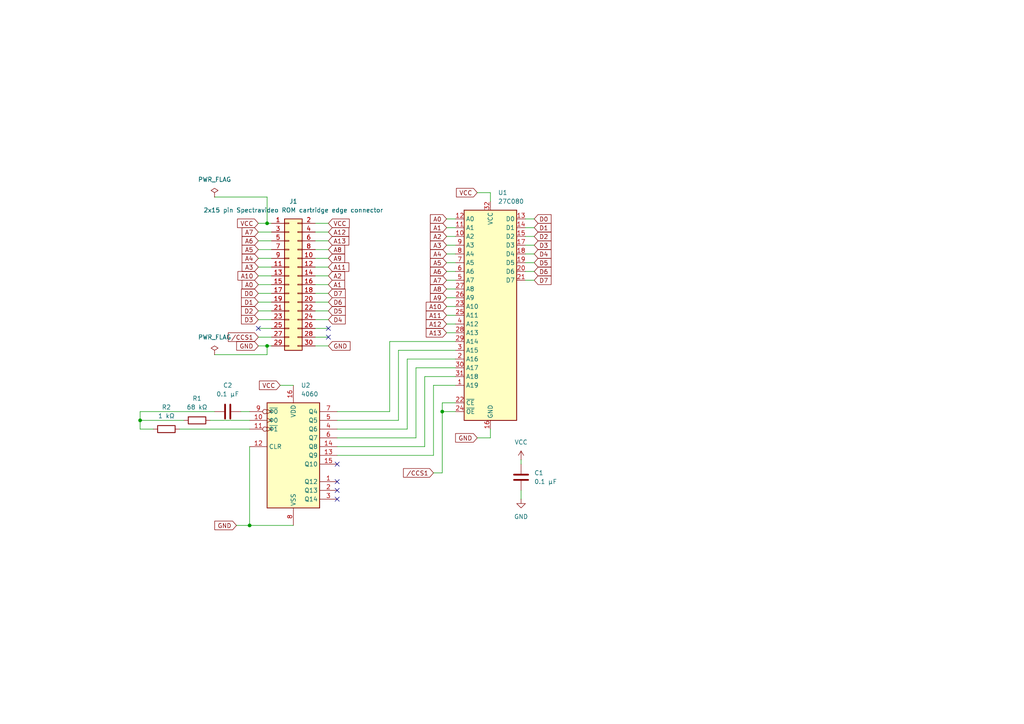
<source format=kicad_sch>
(kicad_sch (version 20231120) (generator "eeschema") (generator_version "8.0")
  (paper "A4")
  (title_block (title "1024 kB ROM cartridge for Spectravideo 328") (date "2025-01-07") (rev "1.0") (company "Markus Rautopuro") (comment 1 "github.com/fitch/SVI-328-MegaROM"))
  (lib_symbols
    (symbol "4xxx:4060"
      (property "Reference" "U" (at 5.08 16.51 0))
      (property "Value" "4060" (at 6.35 -16.51 0))
      (symbol "4060_1_0"
        (pin output line (at 12.7 -7.62 180) (length 5.08) (name "Q12") (number "1"))
        (pin input clock (at -12.7 10.16 0) (length 5.08) (name "Φ0") (number "10"))
        (pin input inverted_clock (at -12.7 7.62 0) (length 5.08) (name "~{Φ1}") (number "11"))
        (pin input line (at -12.7 2.54 0) (length 5.08) (name "CLR") (number "12"))
        (pin output line (at 12.7 0 180) (length 5.08) (name "Q9") (number "13"))
        (pin output line (at 12.7 2.54 180) (length 5.08) (name "Q8") (number "14"))
        (pin output line (at 12.7 -2.54 180) (length 5.08) (name "Q10") (number "15"))
        (pin power_in line (at 0 20.32 270) (length 5.08) (name "VDD") (number "16"))
        (pin output line (at 12.7 -10.16 180) (length 5.08) (name "Q13") (number "2"))
        (pin output line (at 12.7 -12.7 180) (length 5.08) (name "Q14") (number "3"))
        (pin output line (at 12.7 7.62 180) (length 5.08) (name "Q6") (number "4"))
        (pin output line (at 12.7 10.16 180) (length 5.08) (name "Q5") (number "5"))
        (pin output line (at 12.7 5.08 180) (length 5.08) (name "Q7") (number "6"))
        (pin output line (at 12.7 12.7 180) (length 5.08) (name "Q4") (number "7"))
        (pin power_in line (at 0 -20.32 90) (length 5.08) (name "VSS") (number "8"))
        (pin input inverted_clock (at -12.7 12.7 0) (length 5.08) (name "~{Φ0}") (number "9"))
      )
      (symbol "4060_1_1"
        (rectangle (start -7.62 15.24) (end 7.62 -15.24) (stroke (width 0.254)) (fill (type background)))
      )
    )
    (symbol "Connector_Generic:Conn_02x15_Odd_Even" (pin_names (offset 1.016) hide)
      (property "Reference" "J" (at 1.27 20.32 0))
      (property "Value" "Conn_02x15_Odd_Even" (at 1.27 -20.32 0))
      (symbol "Conn_02x15_Odd_Even_1_1"
        (rectangle (start -1.27 -17.653) (end 0 -17.907) (stroke (width 0.1524)))
        (rectangle (start -1.27 -15.113) (end 0 -15.367) (stroke (width 0.1524)))
        (rectangle (start -1.27 -12.573) (end 0 -12.827) (stroke (width 0.1524)))
        (rectangle (start -1.27 -10.033) (end 0 -10.287) (stroke (width 0.1524)))
        (rectangle (start -1.27 -7.493) (end 0 -7.747) (stroke (width 0.1524)))
        (rectangle (start -1.27 -4.953) (end 0 -5.207) (stroke (width 0.1524)))
        (rectangle (start -1.27 -2.413) (end 0 -2.667) (stroke (width 0.1524)))
        (rectangle (start -1.27 0.127) (end 0 -0.127) (stroke (width 0.1524)))
        (rectangle (start -1.27 2.667) (end 0 2.413) (stroke (width 0.1524)))
        (rectangle (start -1.27 5.207) (end 0 4.953) (stroke (width 0.1524)))
        (rectangle (start -1.27 7.747) (end 0 7.493) (stroke (width 0.1524)))
        (rectangle (start -1.27 10.287) (end 0 10.033) (stroke (width 0.1524)))
        (rectangle (start -1.27 12.827) (end 0 12.573) (stroke (width 0.1524)))
        (rectangle (start -1.27 15.367) (end 0 15.113) (stroke (width 0.1524)))
        (rectangle (start -1.27 17.907) (end 0 17.653) (stroke (width 0.1524)))
        (rectangle (start -1.27 19.05) (end 3.81 -19.05) (stroke (width 0.254)) (fill (type background)))
        (rectangle (start 3.81 -17.653) (end 2.54 -17.907) (stroke (width 0.1524)))
        (rectangle (start 3.81 -15.113) (end 2.54 -15.367) (stroke (width 0.1524)))
        (rectangle (start 3.81 -12.573) (end 2.54 -12.827) (stroke (width 0.1524)))
        (rectangle (start 3.81 -10.033) (end 2.54 -10.287) (stroke (width 0.1524)))
        (rectangle (start 3.81 -7.493) (end 2.54 -7.747) (stroke (width 0.1524)))
        (rectangle (start 3.81 -4.953) (end 2.54 -5.207) (stroke (width 0.1524)))
        (rectangle (start 3.81 -2.413) (end 2.54 -2.667) (stroke (width 0.1524)))
        (rectangle (start 3.81 0.127) (end 2.54 -0.127) (stroke (width 0.1524)))
        (rectangle (start 3.81 2.667) (end 2.54 2.413) (stroke (width 0.1524)))
        (rectangle (start 3.81 5.207) (end 2.54 4.953) (stroke (width 0.1524)))
        (rectangle (start 3.81 7.747) (end 2.54 7.493) (stroke (width 0.1524)))
        (rectangle (start 3.81 10.287) (end 2.54 10.033) (stroke (width 0.1524)))
        (rectangle (start 3.81 12.827) (end 2.54 12.573) (stroke (width 0.1524)))
        (rectangle (start 3.81 15.367) (end 2.54 15.113) (stroke (width 0.1524)))
        (rectangle (start 3.81 17.907) (end 2.54 17.653) (stroke (width 0.1524)))
        (pin passive line (at -5.08 17.78 0) (length 3.81) (name "Pin_1") (number "1"))
        (pin passive line (at 7.62 7.62 180) (length 3.81) (name "Pin_10") (number "10"))
        (pin passive line (at -5.08 5.08 0) (length 3.81) (name "Pin_11") (number "11"))
        (pin passive line (at 7.62 5.08 180) (length 3.81) (name "Pin_12") (number "12"))
        (pin passive line (at -5.08 2.54 0) (length 3.81) (name "Pin_13") (number "13"))
        (pin passive line (at 7.62 2.54 180) (length 3.81) (name "Pin_14") (number "14"))
        (pin passive line (at -5.08 0 0) (length 3.81) (name "Pin_15") (number "15"))
        (pin passive line (at 7.62 0 180) (length 3.81) (name "Pin_16") (number "16"))
        (pin passive line (at -5.08 -2.54 0) (length 3.81) (name "Pin_17") (number "17"))
        (pin passive line (at 7.62 -2.54 180) (length 3.81) (name "Pin_18") (number "18"))
        (pin passive line (at -5.08 -5.08 0) (length 3.81) (name "Pin_19") (number "19"))
        (pin passive line (at 7.62 17.78 180) (length 3.81) (name "Pin_2") (number "2"))
        (pin passive line (at 7.62 -5.08 180) (length 3.81) (name "Pin_20") (number "20"))
        (pin passive line (at -5.08 -7.62 0) (length 3.81) (name "Pin_21") (number "21"))
        (pin passive line (at 7.62 -7.62 180) (length 3.81) (name "Pin_22") (number "22"))
        (pin passive line (at -5.08 -10.16 0) (length 3.81) (name "Pin_23") (number "23"))
        (pin passive line (at 7.62 -10.16 180) (length 3.81) (name "Pin_24") (number "24"))
        (pin passive line (at -5.08 -12.7 0) (length 3.81) (name "Pin_25") (number "25"))
        (pin passive line (at 7.62 -12.7 180) (length 3.81) (name "Pin_26") (number "26"))
        (pin passive line (at -5.08 -15.24 0) (length 3.81) (name "Pin_27") (number "27"))
        (pin passive line (at 7.62 -15.24 180) (length 3.81) (name "Pin_28") (number "28"))
        (pin passive line (at -5.08 -17.78 0) (length 3.81) (name "Pin_29") (number "29"))
        (pin passive line (at -5.08 15.24 0) (length 3.81) (name "Pin_3") (number "3"))
        (pin passive line (at 7.62 -17.78 180) (length 3.81) (name "Pin_30") (number "30"))
        (pin passive line (at 7.62 15.24 180) (length 3.81) (name "Pin_4") (number "4"))
        (pin passive line (at -5.08 12.7 0) (length 3.81) (name "Pin_5") (number "5"))
        (pin passive line (at 7.62 12.7 180) (length 3.81) (name "Pin_6") (number "6"))
        (pin passive line (at -5.08 10.16 0) (length 3.81) (name "Pin_7") (number "7"))
        (pin passive line (at 7.62 10.16 180) (length 3.81) (name "Pin_8") (number "8"))
        (pin passive line (at -5.08 7.62 0) (length 3.81) (name "Pin_9") (number "9"))
      )
    )
    (symbol "Device:C" (pin_numbers hide) (pin_names (offset 0.254))
      (property "Reference" "C" (at 0.635 2.54 0))
      (property "Value" "C" (at 0.635 -2.54 0))
      (symbol "C_0_1"
        (polyline (pts (xy -2.032 -0.762) (xy 2.032 -0.762)) (stroke (width 0.508)))
        (polyline (pts (xy -2.032 0.762) (xy 2.032 0.762)) (stroke (width 0.508)))
      )
      (symbol "C_1_1"
        (pin passive line (at 0 3.81 270) (length 2.794) (name "~") (number "1"))
        (pin passive line (at 0 -3.81 90) (length 2.794) (name "~") (number "2"))
      )
    )
    (symbol "Device:R" (pin_numbers hide) (pin_names (offset 0))
      (property "Reference" "R" (at 2.032 0 90))
      (property "Value" "R" (at 0 0 90))
      (symbol "R_0_1"
        (rectangle (start -1.016 -2.54) (end 1.016 2.54) (stroke (width 0.254)))
      )
      (symbol "R_1_1"
        (pin passive line (at 0 3.81 270) (length 1.27) (name "~") (number "1"))
        (pin passive line (at 0 -3.81 90) (length 1.27) (name "~") (number "2"))
      )
    )
    (symbol "Memory_EPROM:27C080"
      (property "Reference" "U" (at -7.62 31.75 0))
      (property "Value" "27C080" (at 2.54 -31.75 0))
      (symbol "27C080_1_1"
        (rectangle (start -7.62 30.48) (end 7.62 -30.48) (stroke (width 0.254)) (fill (type background)))
        (pin input line (at -10.16 -20.32 0) (length 2.54) (name "A19") (number "1"))
        (pin input line (at -10.16 22.86 0) (length 2.54) (name "A2") (number "10"))
        (pin input line (at -10.16 25.4 0) (length 2.54) (name "A1") (number "11"))
        (pin input line (at -10.16 27.94 0) (length 2.54) (name "A0") (number "12"))
        (pin tri_state line (at 10.16 27.94 180) (length 2.54) (name "D0") (number "13"))
        (pin tri_state line (at 10.16 25.4 180) (length 2.54) (name "D1") (number "14"))
        (pin tri_state line (at 10.16 22.86 180) (length 2.54) (name "D2") (number "15"))
        (pin power_in line (at 0 -33.02 90) (length 2.54) (name "GND") (number "16"))
        (pin tri_state line (at 10.16 20.32 180) (length 2.54) (name "D3") (number "17"))
        (pin tri_state line (at 10.16 17.78 180) (length 2.54) (name "D4") (number "18"))
        (pin tri_state line (at 10.16 15.24 180) (length 2.54) (name "D5") (number "19"))
        (pin input line (at -10.16 -12.7 0) (length 2.54) (name "A16") (number "2"))
        (pin tri_state line (at 10.16 12.7 180) (length 2.54) (name "D6") (number "20"))
        (pin tri_state line (at 10.16 10.16 180) (length 2.54) (name "D7") (number "21"))
        (pin input line (at -10.16 -25.4 0) (length 2.54) (name "~{CE}") (number "22"))
        (pin input line (at -10.16 2.54 0) (length 2.54) (name "A10") (number "23"))
        (pin input line (at -10.16 -27.94 0) (length 2.54) (name "~{OE}") (number "24"))
        (pin input line (at -10.16 0 0) (length 2.54) (name "A11") (number "25"))
        (pin input line (at -10.16 5.08 0) (length 2.54) (name "A9") (number "26"))
        (pin input line (at -10.16 7.62 0) (length 2.54) (name "A8") (number "27"))
        (pin input line (at -10.16 -5.08 0) (length 2.54) (name "A13") (number "28"))
        (pin input line (at -10.16 -7.62 0) (length 2.54) (name "A14") (number "29"))
        (pin input line (at -10.16 -10.16 0) (length 2.54) (name "A15") (number "3"))
        (pin input line (at -10.16 -15.24 0) (length 2.54) (name "A17") (number "30"))
        (pin input line (at -10.16 -17.78 0) (length 2.54) (name "A18") (number "31"))
        (pin power_in line (at 0 33.02 270) (length 2.54) (name "VCC") (number "32"))
        (pin input line (at -10.16 -2.54 0) (length 2.54) (name "A12") (number "4"))
        (pin input line (at -10.16 10.16 0) (length 2.54) (name "A7") (number "5"))
        (pin input line (at -10.16 12.7 0) (length 2.54) (name "A6") (number "6"))
        (pin input line (at -10.16 15.24 0) (length 2.54) (name "A5") (number "7"))
        (pin input line (at -10.16 17.78 0) (length 2.54) (name "A4") (number "8"))
        (pin input line (at -10.16 20.32 0) (length 2.54) (name "A3") (number "9"))
      )
    )
    (symbol "power:GND" (power) (pin_numbers hide) (pin_names (offset 0) hide)
      (property "Value" "GND" (at 0 -3.81 0))
      (symbol "GND_0_1"
        (polyline (pts (xy 0 0) (xy 0 -1.27) (xy 1.27 -1.27) (xy 0 -2.54) (xy -1.27 -1.27) (xy 0 -1.27)))
      )
      (symbol "GND_1_1"
        (pin power_in line (at 0 0 270) (length 0) (name "~") (number "1"))
      )
    )
    (symbol "power:PWR_FLAG" (power) (pin_numbers hide) (pin_names (offset 0) hide)
      (property "Value" "PWR_FLAG" (at 0 3.81 0))
      (symbol "PWR_FLAG_0_0"
        (pin power_out line (at 0 0 90) (length 0) (name "~") (number "1"))
      )
      (symbol "PWR_FLAG_0_1"
        (polyline (pts (xy 0 0) (xy 0 1.27) (xy -1.016 1.905) (xy 0 2.54) (xy 1.016 1.905) (xy 0 1.27)))
      )
    )
    (symbol "power:VCC" (power) (pin_numbers hide) (pin_names (offset 0) hide)
      (property "Value" "VCC" (at 0 3.556 0))
      (symbol "VCC_0_1"
        (polyline (pts (xy -0.762 1.27) (xy 0 2.54)))
        (polyline (pts (xy 0 0) (xy 0 2.54)))
        (polyline (pts (xy 0 2.54) (xy 0.762 1.27)))
      )
      (symbol "VCC_1_1"
        (pin power_in line (at 0 0 90) (length 0) (name "~") (number "1"))
      )
    )
  )
  (junction (at 72.39 152.4))
  (junction (at 77.47 64.77))
  (junction (at 128.27 119.38))
  (junction (at 77.47 100.33))
  (junction (at 40.64 121.92))
  (no_connect (at 97.79 142.24))
  (no_connect (at 97.79 134.62))
  (no_connect (at 95.25 97.79))
  (no_connect (at 97.79 144.78))
  (no_connect (at 95.25 95.25))
  (no_connect (at 74.93 95.25))
  (no_connect (at 97.79 139.7))
  (wire (pts (xy 120.65 106.68) (xy 132.08 106.68)))
  (wire (pts (xy 40.64 119.38) (xy 40.64 121.92)))
  (wire (pts (xy 91.44 82.55) (xy 95.25 82.55)))
  (wire (pts (xy 97.79 129.54) (xy 123.19 129.54)))
  (wire (pts (xy 129.54 91.44) (xy 132.08 91.44)))
  (wire (pts (xy 91.44 92.71) (xy 95.25 92.71)))
  (wire (pts (xy 91.44 74.93) (xy 95.25 74.93)))
  (wire (pts (xy 142.24 127) (xy 142.24 124.46)))
  (wire (pts (xy 91.44 95.25) (xy 95.25 95.25)))
  (wire (pts (xy 74.93 90.17) (xy 78.74 90.17)))
  (wire (pts (xy 97.79 121.92) (xy 115.57 121.92)))
  (wire (pts (xy 129.54 86.36) (xy 132.08 86.36)))
  (wire (pts (xy 74.93 72.39) (xy 78.74 72.39)))
  (wire (pts (xy 62.23 57.15) (xy 77.47 57.15)))
  (wire (pts (xy 72.39 152.4) (xy 85.09 152.4)))
  (wire (pts (xy 132.08 116.84) (xy 128.27 116.84)))
  (wire (pts (xy 97.79 132.08) (xy 125.73 132.08)))
  (wire (pts (xy 74.93 67.31) (xy 78.74 67.31)))
  (wire (pts (xy 129.54 88.9) (xy 132.08 88.9)))
  (wire (pts (xy 125.73 132.08) (xy 125.73 111.76)))
  (wire (pts (xy 129.54 96.52) (xy 132.08 96.52)))
  (wire (pts (xy 91.44 87.63) (xy 95.25 87.63)))
  (wire (pts (xy 129.54 71.12) (xy 132.08 71.12)))
  (wire (pts (xy 152.4 66.04) (xy 154.94 66.04)))
  (wire (pts (xy 120.65 127) (xy 120.65 106.68)))
  (wire (pts (xy 91.44 69.85) (xy 95.25 69.85)))
  (wire (pts (xy 152.4 78.74) (xy 154.94 78.74)))
  (wire (pts (xy 151.13 133.35) (xy 151.13 134.62)))
  (wire (pts (xy 128.27 116.84) (xy 128.27 119.38)))
  (wire (pts (xy 40.64 121.92) (xy 53.34 121.92)))
  (wire (pts (xy 118.11 124.46) (xy 118.11 104.14)))
  (wire (pts (xy 69.85 119.38) (xy 72.39 119.38)))
  (wire (pts (xy 129.54 63.5) (xy 132.08 63.5)))
  (wire (pts (xy 91.44 90.17) (xy 95.25 90.17)))
  (wire (pts (xy 74.93 87.63) (xy 78.74 87.63)))
  (wire (pts (xy 151.13 142.24) (xy 151.13 144.78)))
  (wire (pts (xy 125.73 111.76) (xy 132.08 111.76)))
  (wire (pts (xy 74.93 74.93) (xy 78.74 74.93)))
  (wire (pts (xy 128.27 119.38) (xy 128.27 137.16)))
  (wire (pts (xy 129.54 81.28) (xy 132.08 81.28)))
  (wire (pts (xy 138.43 55.88) (xy 142.24 55.88)))
  (wire (pts (xy 81.28 111.76) (xy 85.09 111.76)))
  (wire (pts (xy 91.44 97.79) (xy 95.25 97.79)))
  (wire (pts (xy 123.19 109.22) (xy 132.08 109.22)))
  (wire (pts (xy 138.43 127) (xy 142.24 127)))
  (wire (pts (xy 152.4 63.5) (xy 154.94 63.5)))
  (wire (pts (xy 74.93 97.79) (xy 78.74 97.79)))
  (wire (pts (xy 74.93 85.09) (xy 78.74 85.09)))
  (wire (pts (xy 77.47 64.77) (xy 78.74 64.77)))
  (wire (pts (xy 97.79 124.46) (xy 118.11 124.46)))
  (wire (pts (xy 152.4 71.12) (xy 154.94 71.12)))
  (wire (pts (xy 72.39 129.54) (xy 72.39 152.4)))
  (wire (pts (xy 74.93 69.85) (xy 78.74 69.85)))
  (wire (pts (xy 77.47 100.33) (xy 77.47 102.87)))
  (wire (pts (xy 113.03 119.38) (xy 113.03 99.06)))
  (wire (pts (xy 74.93 92.71) (xy 78.74 92.71)))
  (wire (pts (xy 40.64 121.92) (xy 40.64 124.46)))
  (wire (pts (xy 74.93 82.55) (xy 78.74 82.55)))
  (wire (pts (xy 129.54 76.2) (xy 132.08 76.2)))
  (wire (pts (xy 91.44 64.77) (xy 95.25 64.77)))
  (wire (pts (xy 97.79 119.38) (xy 113.03 119.38)))
  (wire (pts (xy 97.79 127) (xy 120.65 127)))
  (wire (pts (xy 60.96 121.92) (xy 72.39 121.92)))
  (wire (pts (xy 129.54 78.74) (xy 132.08 78.74)))
  (wire (pts (xy 115.57 121.92) (xy 115.57 101.6)))
  (wire (pts (xy 142.24 55.88) (xy 142.24 58.42)))
  (wire (pts (xy 74.93 80.01) (xy 78.74 80.01)))
  (wire (pts (xy 68.58 152.4) (xy 72.39 152.4)))
  (wire (pts (xy 152.4 73.66) (xy 154.94 73.66)))
  (wire (pts (xy 129.54 83.82) (xy 132.08 83.82)))
  (wire (pts (xy 129.54 66.04) (xy 132.08 66.04)))
  (wire (pts (xy 74.93 95.25) (xy 78.74 95.25)))
  (wire (pts (xy 152.4 81.28) (xy 154.94 81.28)))
  (wire (pts (xy 123.19 129.54) (xy 123.19 109.22)))
  (wire (pts (xy 91.44 72.39) (xy 95.25 72.39)))
  (wire (pts (xy 115.57 101.6) (xy 132.08 101.6)))
  (wire (pts (xy 91.44 67.31) (xy 95.25 67.31)))
  (wire (pts (xy 74.93 100.33) (xy 77.47 100.33)))
  (wire (pts (xy 152.4 68.58) (xy 154.94 68.58)))
  (wire (pts (xy 129.54 68.58) (xy 132.08 68.58)))
  (wire (pts (xy 40.64 119.38) (xy 62.23 119.38)))
  (wire (pts (xy 128.27 137.16) (xy 125.73 137.16)))
  (wire (pts (xy 77.47 100.33) (xy 78.74 100.33)))
  (wire (pts (xy 52.07 124.46) (xy 72.39 124.46)))
  (wire (pts (xy 74.93 64.77) (xy 77.47 64.77)))
  (wire (pts (xy 118.11 104.14) (xy 132.08 104.14)))
  (wire (pts (xy 77.47 64.77) (xy 77.47 57.15)))
  (wire (pts (xy 40.64 124.46) (xy 44.45 124.46)))
  (wire (pts (xy 129.54 93.98) (xy 132.08 93.98)))
  (wire (pts (xy 152.4 76.2) (xy 154.94 76.2)))
  (wire (pts (xy 129.54 73.66) (xy 132.08 73.66)))
  (wire (pts (xy 91.44 77.47) (xy 95.25 77.47)))
  (wire (pts (xy 91.44 100.33) (xy 95.25 100.33)))
  (wire (pts (xy 113.03 99.06) (xy 132.08 99.06)))
  (wire (pts (xy 62.23 102.87) (xy 77.47 102.87)))
  (wire (pts (xy 128.27 119.38) (xy 132.08 119.38)))
  (wire (pts (xy 74.93 77.47) (xy 78.74 77.47)))
  (wire (pts (xy 91.44 80.01) (xy 95.25 80.01)))
  (wire (pts (xy 91.44 85.09) (xy 95.25 85.09)))
  (global_label "GND" (shape input) (at 74.93 100.33 180) (property "Intersheetrefs" "${INTERSHEET_REFS}" (effects (hide yes))))
  (global_label "A4" (shape input) (at 129.54 73.66 180) (property "Intersheetrefs" "${INTERSHEET_REFS}" (effects (hide yes))))
  (global_label "D0" (shape input) (at 154.94 63.5 0) (property "Intersheetrefs" "${INTERSHEET_REFS}" (effects (hide yes))))
  (global_label "D6" (shape input) (at 154.94 78.74 0) (property "Intersheetrefs" "${INTERSHEET_REFS}" (effects (hide yes))))
  (global_label "D0" (shape input) (at 74.93 85.09 180) (property "Intersheetrefs" "${INTERSHEET_REFS}" (effects (hide yes))))
  (global_label "A12" (shape input) (at 95.25 67.31 0) (property "Intersheetrefs" "${INTERSHEET_REFS}" (effects (hide yes))))
  (global_label "VCC" (shape input) (at 74.93 64.77 180) (property "Intersheetrefs" "${INTERSHEET_REFS}" (effects (hide yes))))
  (global_label "D1" (shape input) (at 74.93 87.63 180) (property "Intersheetrefs" "${INTERSHEET_REFS}" (effects (hide yes))))
  (global_label "A10" (shape input) (at 129.54 88.9 180) (property "Intersheetrefs" "${INTERSHEET_REFS}" (effects (hide yes))))
  (global_label "{slash}CCS1" (shape input) (at 125.73 137.16 180) (property "Intersheetrefs" "${INTERSHEET_REFS}" (effects (hide yes))))
  (global_label "GND" (shape input) (at 138.43 127 180) (property "Intersheetrefs" "${INTERSHEET_REFS}" (effects (hide yes))))
  (global_label "D1" (shape input) (at 154.94 66.04 0) (property "Intersheetrefs" "${INTERSHEET_REFS}" (effects (hide yes))))
  (global_label "A3" (shape input) (at 74.93 77.47 180) (property "Intersheetrefs" "${INTERSHEET_REFS}" (effects (hide yes))))
  (global_label "A9" (shape input) (at 95.25 74.93 0) (property "Intersheetrefs" "${INTERSHEET_REFS}" (effects (hide yes))))
  (global_label "VCC" (shape input) (at 138.43 55.88 180) (property "Intersheetrefs" "${INTERSHEET_REFS}" (effects (hide yes))))
  (global_label "A0" (shape input) (at 129.54 63.5 180) (property "Intersheetrefs" "${INTERSHEET_REFS}" (effects (hide yes))))
  (global_label "A11" (shape input) (at 95.25 77.47 0) (property "Intersheetrefs" "${INTERSHEET_REFS}" (effects (hide yes))))
  (global_label "D3" (shape input) (at 74.93 92.71 180) (property "Intersheetrefs" "${INTERSHEET_REFS}" (effects (hide yes))))
  (global_label "GND" (shape input) (at 68.58 152.4 180) (property "Intersheetrefs" "${INTERSHEET_REFS}" (effects (hide yes))))
  (global_label "A5" (shape input) (at 129.54 76.2 180) (property "Intersheetrefs" "${INTERSHEET_REFS}" (effects (hide yes))))
  (global_label "A11" (shape input) (at 129.54 91.44 180) (property "Intersheetrefs" "${INTERSHEET_REFS}" (effects (hide yes))))
  (global_label "D3" (shape input) (at 154.94 71.12 0) (property "Intersheetrefs" "${INTERSHEET_REFS}" (effects (hide yes))))
  (global_label "A8" (shape input) (at 129.54 83.82 180) (property "Intersheetrefs" "${INTERSHEET_REFS}" (effects (hide yes))))
  (global_label "A12" (shape input) (at 129.54 93.98 180) (property "Intersheetrefs" "${INTERSHEET_REFS}" (effects (hide yes))))
  (global_label "GND" (shape input) (at 95.25 100.33 0) (property "Intersheetrefs" "${INTERSHEET_REFS}" (effects (hide yes))))
  (global_label "A7" (shape input) (at 129.54 81.28 180) (property "Intersheetrefs" "${INTERSHEET_REFS}" (effects (hide yes))))
  (global_label "A2" (shape input) (at 95.25 80.01 0) (property "Intersheetrefs" "${INTERSHEET_REFS}" (effects (hide yes))))
  (global_label "D6" (shape input) (at 95.25 87.63 0) (property "Intersheetrefs" "${INTERSHEET_REFS}" (effects (hide yes))))
  (global_label "D2" (shape input) (at 154.94 68.58 0) (property "Intersheetrefs" "${INTERSHEET_REFS}" (effects (hide yes))))
  (global_label "D2" (shape input) (at 74.93 90.17 180) (property "Intersheetrefs" "${INTERSHEET_REFS}" (effects (hide yes))))
  (global_label "A4" (shape input) (at 74.93 74.93 180) (property "Intersheetrefs" "${INTERSHEET_REFS}" (effects (hide yes))))
  (global_label "A13" (shape input) (at 129.54 96.52 180) (property "Intersheetrefs" "${INTERSHEET_REFS}" (effects (hide yes))))
  (global_label "D4" (shape input) (at 95.25 92.71 0) (property "Intersheetrefs" "${INTERSHEET_REFS}" (effects (hide yes))))
  (global_label "D7" (shape input) (at 95.25 85.09 0) (property "Intersheetrefs" "${INTERSHEET_REFS}" (effects (hide yes))))
  (global_label "A3" (shape input) (at 129.54 71.12 180) (property "Intersheetrefs" "${INTERSHEET_REFS}" (effects (hide yes))))
  (global_label "A13" (shape input) (at 95.25 69.85 0) (property "Intersheetrefs" "${INTERSHEET_REFS}" (effects (hide yes))))
  (global_label "A1" (shape input) (at 95.25 82.55 0) (property "Intersheetrefs" "${INTERSHEET_REFS}" (effects (hide yes))))
  (global_label "A1" (shape input) (at 129.54 66.04 180) (property "Intersheetrefs" "${INTERSHEET_REFS}" (effects (hide yes))))
  (global_label "D7" (shape input) (at 154.94 81.28 0) (property "Intersheetrefs" "${INTERSHEET_REFS}" (effects (hide yes))))
  (global_label "D5" (shape input) (at 154.94 76.2 0) (property "Intersheetrefs" "${INTERSHEET_REFS}" (effects (hide yes))))
  (global_label "D4" (shape input) (at 154.94 73.66 0) (property "Intersheetrefs" "${INTERSHEET_REFS}" (effects (hide yes))))
  (global_label "A10" (shape input) (at 74.93 80.01 180) (property "Intersheetrefs" "${INTERSHEET_REFS}" (effects (hide yes))))
  (global_label "D5" (shape input) (at 95.25 90.17 0) (property "Intersheetrefs" "${INTERSHEET_REFS}" (effects (hide yes))))
  (global_label "{slash}CCS1" (shape input) (at 74.93 97.79 180) (property "Intersheetrefs" "${INTERSHEET_REFS}" (effects (hide yes))))
  (global_label "A6" (shape input) (at 129.54 78.74 180) (property "Intersheetrefs" "${INTERSHEET_REFS}" (effects (hide yes))))
  (global_label "VCC" (shape input) (at 81.28 111.76 180) (property "Intersheetrefs" "${INTERSHEET_REFS}" (effects (hide yes))))
  (global_label "A6" (shape input) (at 74.93 69.85 180) (property "Intersheetrefs" "${INTERSHEET_REFS}" (effects (hide yes))))
  (global_label "A8" (shape input) (at 95.25 72.39 0) (property "Intersheetrefs" "${INTERSHEET_REFS}" (effects (hide yes))))
  (global_label "A9" (shape input) (at 129.54 86.36 180) (property "Intersheetrefs" "${INTERSHEET_REFS}" (effects (hide yes))))
  (global_label "A2" (shape input) (at 129.54 68.58 180) (property "Intersheetrefs" "${INTERSHEET_REFS}" (effects (hide yes))))
  (global_label "A5" (shape input) (at 74.93 72.39 180) (property "Intersheetrefs" "${INTERSHEET_REFS}" (effects (hide yes))))
  (global_label "A7" (shape input) (at 74.93 67.31 180) (property "Intersheetrefs" "${INTERSHEET_REFS}" (effects (hide yes))))
  (global_label "A0" (shape input) (at 74.93 82.55 180) (property "Intersheetrefs" "${INTERSHEET_REFS}" (effects (hide yes))))
  (global_label "VCC" (shape input) (at 95.25 64.77 0) (property "Intersheetrefs" "${INTERSHEET_REFS}" (effects (hide yes))))
  (symbol (lib_id "power:PWR_FLAG") (at 62.23 57.15 0) (unit 1)
    (property "Reference" "#FLG01" (effects (hide yes)))
    (property "Value" "PWR_FLAG" (at 62.23 52.07 0))
    (property "Description" "Special symbol for telling ERC where power comes from" (effects (hide yes)))
  )
  (symbol (lib_id "Memory_EPROM:27C080") (at 142.24 91.44 0) (unit 1)
    (property "Reference" "U1" (at 144.4341 55.88 0) (effects (justify left)))
    (property "Value" "27C080" (at 144.4341 58.42 0) (effects (justify left)))
    (property "Footprint" "Package_DIP:DIP-32_W15.24mm" (effects (hide yes)))
    (property "Datasheet" "http://ww1.microchip.com/downloads/en/devicedoc/doc0360.pdf" (effects (hide yes)))
    (property "Description" "OTP EPROM 8 MiBit (1 Mi x 8)" (effects (hide yes)))
  )
  (symbol (lib_id "power:GND") (at 151.13 144.78 0) (unit 1)
    (property "Reference" "#PWR01" (effects (hide yes)))
    (property "Value" "GND" (at 151.13 149.86 0))
    (property "Description" "Power symbol creates a global label with name \"GND\" , ground" (effects (hide yes)))
  )
  (symbol (lib_id "power:VCC") (at 151.13 133.35 0) (unit 1)
    (property "Reference" "#PWR02" (effects (hide yes)))
    (property "Value" "VCC" (at 151.13 128.27 0))
    (property "Description" "Power symbol creates a global label with name \"VCC\"" (effects (hide yes)))
  )
  (symbol (lib_id "Connector_Generic:Conn_02x15_Odd_Even") (at 83.82 82.55 0) (unit 1)
    (property "Reference" "J1" (at 85.09 58.42 0))
    (property "Value" "2x15 pin Spectravideo ROM cartridge edge connector" (at 85.09 60.96 0))
    (property "Footprint" "Spectravideo:ROM cartridge edge connector" (effects (hide yes)))
    (property "Description" "Generic connector, double row, 02x15, odd/even pin numbering scheme (row 1 odd numbers, row 2 even numbers), script generated (kicad-library-utils/schlib/autogen/connector/)" (effects (hide yes)))
  )
  (symbol (lib_id "Device:R") (at 48.26 124.46 270) (unit 1)
    (property "Reference" "R2" (at 48.26 118.11 90))
    (property "Value" "1 kΩ" (at 48.26 120.65 90))
    (property "Footprint" "Resistor_THT:R_Axial_DIN0207_L6.3mm_D2.5mm_P7.62mm_Horizontal" (effects (hide yes)))
    (property "Description" "Resistor" (effects (hide yes)))
  )
  (symbol (lib_id "Device:C") (at 66.04 119.38 90) (unit 1)
    (property "Reference" "C2" (at 66.04 111.76 90))
    (property "Value" "0.1 μF" (at 66.04 114.3 90))
    (property "Footprint" "Capacitor_THT:C_Disc_D4.3mm_W1.9mm_P5.00mm" (effects (hide yes)))
    (property "Description" "Unpolarized capacitor" (effects (hide yes)))
  )
  (symbol (lib_id "4xxx:4060") (at 85.09 132.08 0) (unit 1)
    (property "Reference" "U2" (at 87.2841 111.76 0) (effects (justify left)))
    (property "Value" "4060" (at 87.2841 114.3 0) (effects (justify left)))
    (property "Footprint" "Package_DIP:DIP-16_W7.62mm" (effects (hide yes)))
    (property "Datasheet" "https://www.st.com/resource/en/datasheet/m74hc4060.pdf" (effects (hide yes)))
    (property "Description" "Binary counter (14-stages) and oscillator" (effects (hide yes)))
  )
  (symbol (lib_id "power:PWR_FLAG") (at 62.23 102.87 0) (unit 1)
    (property "Reference" "#FLG02" (effects (hide yes)))
    (property "Value" "PWR_FLAG" (at 62.23 97.79 0))
    (property "Description" "Special symbol for telling ERC where power comes from" (effects (hide yes)))
  )
  (symbol (lib_id "Device:R") (at 57.15 121.92 90) (unit 1)
    (property "Reference" "R1" (at 57.15 115.57 90))
    (property "Value" "68 kΩ" (at 57.15 118.11 90))
    (property "Footprint" "Resistor_THT:R_Axial_DIN0207_L6.3mm_D2.5mm_P7.62mm_Horizontal" (effects (hide yes)))
    (property "Description" "Resistor" (effects (hide yes)))
  )
  (symbol (lib_id "Device:C") (at 151.13 138.43 0) (unit 1)
    (property "Reference" "C1" (at 154.94 137.1599 0) (effects (justify left)))
    (property "Value" "0.1 μF" (at 154.94 139.6999 0) (effects (justify left)))
    (property "Footprint" "Capacitor_THT:C_Disc_D4.3mm_W1.9mm_P5.00mm" (effects (hide yes)))
    (property "Description" "Unpolarized capacitor" (effects (hide yes)))
  )
)
</source>
